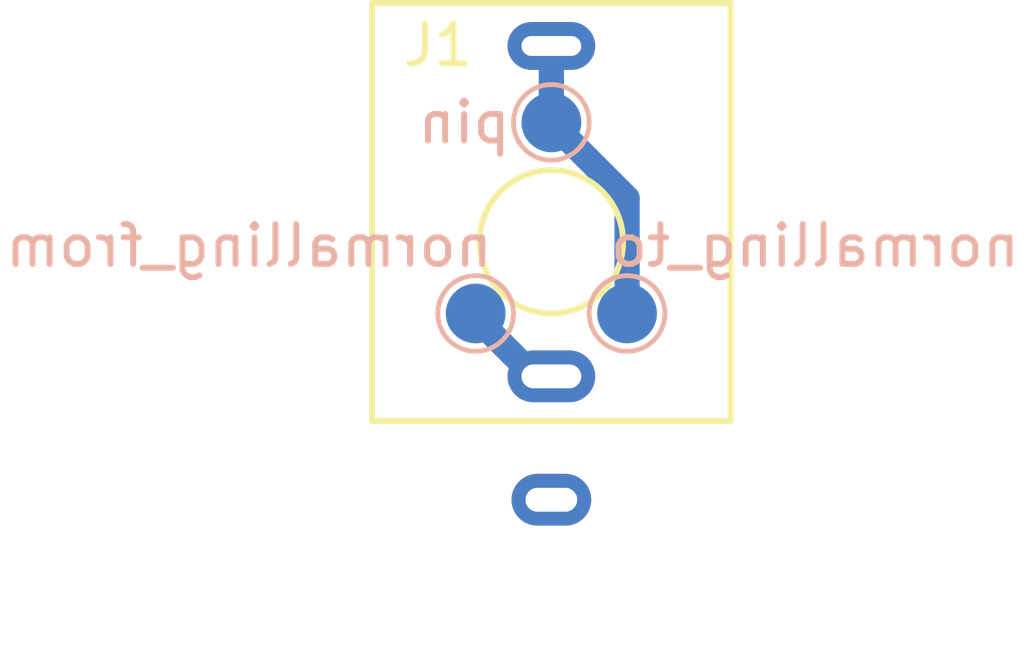
<source format=kicad_pcb>
(kicad_pcb (version 20211014) (generator pcbnew)
  (layers (0 "F.Cu" signal) (31 "B.Cu" signal) (34 "B.Paste" user) (35 "F.Paste" user) (36 "B.SilkS" user "B.Silkscreen") (37 "F.SilkS" user "F.Silkscreen") (38 "B.Mask" user) (39 "F.Mask" user) (44 "Edge.Cuts" user))
  (net 0 "")
  (net 1 "GND")
  (net 2 "Pin0")
  (net 3 "Normalling0")
  (footprint "Connector_Thonk:ThonkiconnJack" (layer "F.Cu") (at 0 0)
    (fp_text reference "J1" (at -2.84 -4.94) (layer "F.SilkS"))
    (fp_text value "IN")
    (fp_line (start -4.5 4.5) (end 4.5 4.5) (layer "F.SilkS") (width 0.15))
    (fp_line (start -4.5 -6) (end -4.5 4.5) (layer "F.SilkS") (width 0.15))
    (fp_line (start -4.5 -6) (end 4.5 -6) (layer "F.SilkS") (width 0.15))
    (fp_line (start 4.5 -6) (end 4.5 4.5) (layer "F.SilkS") (width 0.15))
    (fp_circle (center 0 0) (end 1.8 0) (layer "F.SilkS") (width 0.15) (fill none))
    (pad "" np_thru_hole circle locked (at 0 0) (size 2.5 2.5) (drill 2.5) (layers *.Cu *.Mask))
    (pad "S" thru_hole oval locked (at 0 6.48) (size 2 1.3) (drill oval 1.3 0.6) (layers *.Cu *.Mask) (net 1 "GND"))
    (pad "T" thru_hole oval locked (at 0 -4.92) (size 2.2 1.2) (drill oval 1.5 0.5) (layers *.Cu *.Mask) (net 2 "Pin0"))
    (pad "TN" thru_hole oval locked (at 0 3.38) (size 2.2 1.3) (drill oval 1.5 0.6) (layers *.Cu *.Mask) (net 3 "Normalling0"))
  )
  (footprint "TestPoint:TestPoint_Pad_D1.5mm" (layer "B.Cu") (at 0 -3)
    (fp_text reference "TP1" hide)
    (fp_text value "TestPoint")
    (fp_circle (center 0 0) (end 0 -0.95) (layer "B.SilkS") (width 0.12) (fill none))
    (pad "1" smd circle locked (at 0 0) (size 1.5 1.5) (layers "B.Cu" "B.Mask") (net 2 "Pin0"))
  )
  (footprint "TestPoint:TestPoint_Pad_D1.5mm" (layer "B.Cu") (at -1.9 1.8)
    (fp_text reference "TP3" hide)
    (fp_text value "TestPoint")
    (fp_circle (center 0 0) (end 0 -0.95) (layer "B.SilkS") (width 0.12) (fill none))
    (pad "1" smd circle locked (at 0 0) (size 1.5 1.5) (layers "B.Cu" "B.Mask") (net 3 "Normalling0"))
  )
  (footprint "TestPoint:TestPoint_Pad_D1.5mm" (layer "B.Cu") (at 1.9 1.8)
    (fp_text reference "TP2" hide)
    (fp_text value "TestPoint")
    (fp_circle (center 0 0) (end 0 -0.95) (layer "B.SilkS") (width 0.12) (fill none))
    (pad "1" smd circle locked (at 0 0) (size 1.5 1.5) (layers "B.Cu" "B.Mask") (net 2 "Pin0"))
  )
  (gr_text "pin" (at -0.95 -3) (layer "B.SilkS") (effects (font (size 1 1)) (justify left mirror)))
  (gr_text "normalling_from" (at -1.4 0.1) (layer "B.SilkS") (effects (font (size 1 1)) (justify left mirror)))
  (gr_text "normalling_to" (at 1.4 0.1) (layer "B.SilkS") (effects (font (size 1 1)) (justify right mirror)))
  (segment (start 0 -3) (end 1.9 -1.1) (width 0.635) (layer "B.Cu") (net 2))
  (segment (start 1.9 -1.1) (end 1.9 1.8) (width 0.635) (layer "B.Cu") (net 2))
  (segment (start 0 -4.92) (end 0 -3) (width 0.635) (layer "B.Cu") (net 2))
  (segment (start -1.9 1.8) (end -1.9 1.9) (width 0.635) (layer "B.Cu") (net 3))
  (segment (start -0.42 3.38) (end 0 3.38) (width 0.635) (layer "B.Cu") (net 3))
  (segment (start -1.9 1.9) (end -0.42 3.38) (width 0.635) (layer "B.Cu") (net 3))
)
</source>
